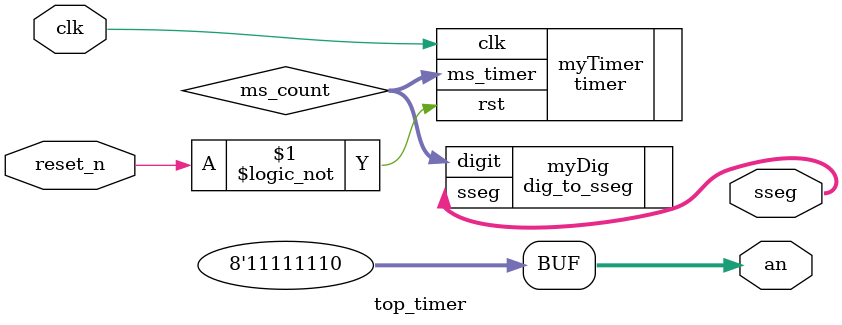
<source format=sv>
`timescale 1ns / 1ps

module top_timer ( 
    input logic clk, 
    input logic reset_n, 
    output logic [7:0] an, 
    output logic [7:0] sseg
    );

    logic [15:0] ms_count; 
    
     timer myTimer( 
        .clk(clk),
        .rst(!reset_n), 
        .ms_timer(ms_count)
        ); 
        
     dig_to_sseg myDig( 
        .digit(ms_count), 
        .sseg(sseg)
        );
    
    assign an[7:0] = 8'b11111110; 
    
endmodule 

</source>
